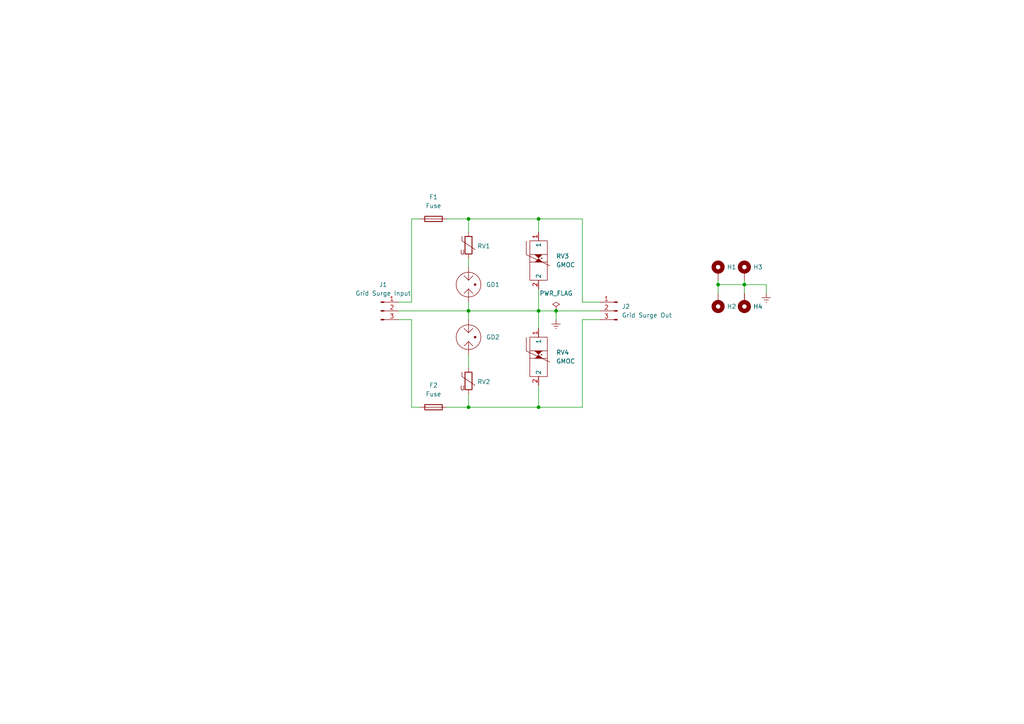
<source format=kicad_sch>
(kicad_sch (version 20211123) (generator eeschema)
  (paper "A4")
  (lib_symbols
    (symbol "ACSPD:GMOC"
      (property "Reference" "RV" (at 1.9304 6.1976 0))
      (property "Value" "GMOC" (at 3.2004 -7.9248 0))
      (symbol "GMOC_0_1"
        (rectangle (start -2.54 5.08) (end 2.54 -6.35))
        (polyline (pts (xy -3.556 4.9784) (xy -3.556 1.0668) (xy 3.2004 -2.1336)))
        (polyline (pts (xy -2.54 -1.0668) (xy 2.54 -1.0668) (xy 2.54 -1.0668)))
        (polyline (pts (xy -2.54 1.1176) (xy 2.54 1.1176) (xy 2.54 1.1176)))
        (polyline (pts (xy -1.0668 1.0668) (xy 0.9652 1.0668) (xy 0 0.1016) (xy -1.0668 1.0668)) (fill (type outline)))
        (polyline (pts (xy 1.0668 -1.0668) (xy -0.9652 -1.0668) (xy 0 -0.1016) (xy 1.0668 -1.0668)) (fill (type outline)))
        (circle (center 0.8636 0) (radius 0.0718))
      )
      (symbol "GMOC_1_1"
        (pin passive line (at 0 7.62 270) (length 2.54) (name "1") (number "1"))
        (pin passive line (at 0 -8.89 90) (length 2.54) (name "2") (number "2"))
      )
    )
    (symbol "Connector:Conn_01x03_Male" (pin_names (offset 1.016) hide)
      (property "Reference" "J" (at 0 5.08 0))
      (property "Value" "Conn_01x03_Male" (at 0 -5.08 0))
      (symbol "Conn_01x03_Male_1_1"
        (polyline (pts (xy 1.27 -2.54) (xy 0.8636 -2.54)) (stroke (width 0.1524)))
        (polyline (pts (xy 1.27 0) (xy 0.8636 0)) (stroke (width 0.1524)))
        (polyline (pts (xy 1.27 2.54) (xy 0.8636 2.54)) (stroke (width 0.1524)))
        (rectangle (start 0.8636 -2.413) (end 0 -2.667) (stroke (width 0.1524)) (fill (type outline)))
        (rectangle (start 0.8636 0.127) (end 0 -0.127) (stroke (width 0.1524)) (fill (type outline)))
        (rectangle (start 0.8636 2.667) (end 0 2.413) (stroke (width 0.1524)) (fill (type outline)))
        (pin passive line (at 5.08 2.54 180) (length 3.81) (name "Pin_1") (number "1"))
        (pin passive line (at 5.08 0 180) (length 3.81) (name "Pin_2") (number "2"))
        (pin passive line (at 5.08 -2.54 180) (length 3.81) (name "Pin_3") (number "3"))
      )
    )
    (symbol "Device:Fuse" (pin_numbers hide) (pin_names (offset 0))
      (property "Reference" "F" (at 2.032 0 90))
      (property "Value" "Fuse" (at -1.905 0 90))
      (symbol "Fuse_0_1"
        (rectangle (start -0.762 -2.54) (end 0.762 2.54) (stroke (width 0.254)))
        (polyline (pts (xy 0 2.54) (xy 0 -2.54)))
      )
      (symbol "Fuse_1_1"
        (pin passive line (at 0 3.81 270) (length 1.27) (name "~") (number "1"))
        (pin passive line (at 0 -3.81 90) (length 1.27) (name "~") (number "2"))
      )
    )
    (symbol "Device:GDT_2Pin" (pin_numbers hide)
      (property "Reference" "GD" (at 5.08 0 90))
      (property "Value" "GDT_2Pin" (at 7.62 0 90))
      (symbol "GDT_2Pin_0_1"
        (polyline (pts (xy 0 -2.54) (xy 0 -1.27)))
        (polyline (pts (xy 0 -1.27) (xy -1.27 -2.54)))
        (polyline (pts (xy 0 -1.27) (xy 1.27 -2.54)))
        (polyline (pts (xy 0 1.27) (xy -1.27 2.54)))
        (polyline (pts (xy 0 1.27) (xy 1.27 2.54)))
        (polyline (pts (xy 0 2.54) (xy 0 1.27)))
        (circle (center 0 0) (radius 3.5814))
        (circle (center 1.905 0) (radius 0.127))
        (circle (center 1.905 0) (radius 0.127))
        (circle (center 1.905 0) (radius 0.2794))
        (circle (center 2.032 0) (radius 0.127))
      )
      (symbol "GDT_2Pin_1_1"
        (pin passive line (at 0 -5.08 90) (length 2.54) (name "~") (number "1"))
        (pin passive line (at 0 5.08 270) (length 2.54) (name "~") (number "3"))
      )
    )
    (symbol "Device:Varistor" (pin_numbers hide) (pin_names (offset 0))
      (property "Reference" "RV" (at 3.175 0 90))
      (property "Value" "Varistor" (at -3.175 0 90))
      (symbol "Varistor_0_0"
        (text "U" (at -1.778 -2.032 0) (effects (font (size 1.27 1.27))))
      )
      (symbol "Varistor_0_1"
        (rectangle (start -1.016 -2.54) (end 1.016 2.54) (stroke (width 0.254)))
        (polyline (pts (xy -1.905 2.54) (xy -1.905 1.27) (xy 1.905 -1.27)))
      )
      (symbol "Varistor_1_1"
        (pin passive line (at 0 3.81 270) (length 1.27) (name "~") (number "1"))
        (pin passive line (at 0 -3.81 90) (length 1.27) (name "~") (number "2"))
      )
    )
    (symbol "Mechanical:MountingHole_Pad" (pin_numbers hide) (pin_names (offset 1.016) hide)
      (property "Reference" "H" (at 0 6.35 0))
      (property "Value" "MountingHole_Pad" (at 0 4.445 0))
      (symbol "MountingHole_Pad_0_1"
        (circle (center 0 1.27) (radius 1.27) (stroke (width 1.27)))
      )
      (symbol "MountingHole_Pad_1_1"
        (pin input line (at 0 -2.54 90) (length 2.54) (name "1") (number "1"))
      )
    )
    (symbol "power:Earth" (power) (pin_names (offset 0))
      (symbol "Earth_0_1"
        (polyline (pts (xy -0.635 -1.905) (xy 0.635 -1.905)))
        (polyline (pts (xy -0.127 -2.54) (xy 0.127 -2.54)))
        (polyline (pts (xy 0 -1.27) (xy 0 0)))
        (polyline (pts (xy 1.27 -1.27) (xy -1.27 -1.27)))
      )
      (symbol "Earth_1_1"
        (pin power_in line (at 0 0 270) (length 0) hide (name "Earth") (number "1"))
      )
    )
    (symbol "power:PWR_FLAG" (power) (pin_numbers hide) (pin_names (offset 0) hide)
      (property "Value" "PWR_FLAG" (at 0 3.81 0))
      (symbol "PWR_FLAG_0_0"
        (pin power_out line (at 0 0 90) (length 0) (name "pwr") (number "1"))
      )
      (symbol "PWR_FLAG_0_1"
        (polyline (pts (xy 0 0) (xy 0 1.27) (xy -1.016 1.905) (xy 0 2.54) (xy 1.016 1.905) (xy 0 1.27)))
      )
    )
  )
  (junction (at 135.89 63.5))
  (junction (at 208.28 82.55))
  (junction (at 135.89 90.17))
  (junction (at 215.9 82.55))
  (junction (at 156.21 90.17))
  (junction (at 156.21 118.11))
  (junction (at 156.21 63.5))
  (junction (at 161.29 90.17))
  (junction (at 135.89 118.11))
  (wire (pts (xy 156.21 63.5) (xy 156.21 67.31)))
  (wire (pts (xy 135.89 90.17) (xy 135.89 92.71)))
  (wire (pts (xy 135.89 118.11) (xy 156.21 118.11)))
  (wire (pts (xy 129.54 63.5) (xy 135.89 63.5)))
  (wire (pts (xy 115.57 87.63) (xy 119.38 87.63)))
  (wire (pts (xy 156.21 90.17) (xy 156.21 95.25)))
  (wire (pts (xy 215.9 82.55) (xy 215.9 85.09)))
  (wire (pts (xy 222.25 82.55) (xy 222.25 85.09)))
  (wire (pts (xy 156.21 90.17) (xy 161.29 90.17)))
  (wire (pts (xy 156.21 118.11) (xy 168.91 118.11)))
  (wire (pts (xy 161.29 90.17) (xy 161.29 92.71)))
  (wire (pts (xy 208.28 82.55) (xy 215.9 82.55)))
  (wire (pts (xy 135.89 118.11) (xy 135.89 114.3)))
  (wire (pts (xy 168.91 92.71) (xy 168.91 118.11)))
  (wire (pts (xy 173.99 87.63) (xy 168.91 87.63)))
  (wire (pts (xy 135.89 63.5) (xy 156.21 63.5)))
  (wire (pts (xy 135.89 87.63) (xy 135.89 90.17)))
  (wire (pts (xy 208.28 81.28) (xy 208.28 82.55)))
  (wire (pts (xy 168.91 87.63) (xy 168.91 63.5)))
  (wire (pts (xy 161.29 90.17) (xy 173.99 90.17)))
  (wire (pts (xy 156.21 63.5) (xy 168.91 63.5)))
  (wire (pts (xy 156.21 111.76) (xy 156.21 118.11)))
  (wire (pts (xy 119.38 92.71) (xy 119.38 118.11)))
  (wire (pts (xy 115.57 92.71) (xy 119.38 92.71)))
  (wire (pts (xy 173.99 92.71) (xy 168.91 92.71)))
  (wire (pts (xy 115.57 90.17) (xy 135.89 90.17)))
  (wire (pts (xy 222.25 82.55) (xy 215.9 82.55)))
  (wire (pts (xy 135.89 90.17) (xy 156.21 90.17)))
  (wire (pts (xy 208.28 82.55) (xy 208.28 85.09)))
  (wire (pts (xy 119.38 63.5) (xy 119.38 87.63)))
  (wire (pts (xy 135.89 74.93) (xy 135.89 77.47)))
  (wire (pts (xy 129.54 118.11) (xy 135.89 118.11)))
  (wire (pts (xy 135.89 63.5) (xy 135.89 67.31)))
  (wire (pts (xy 119.38 118.11) (xy 121.92 118.11)))
  (wire (pts (xy 215.9 81.28) (xy 215.9 82.55)))
  (wire (pts (xy 156.21 83.82) (xy 156.21 90.17)))
  (wire (pts (xy 119.38 63.5) (xy 121.92 63.5)))
  (wire (pts (xy 135.89 102.87) (xy 135.89 106.68)))
  (symbol (lib_id "ACSPD:GMOC") (at 156.21 102.87 0) (unit 1)
    (property "Reference" "RV4" (at 161.29 102.2349 0) (effects (justify left)))
    (property "Value" "GMOC" (at 161.29 104.7749 0) (effects (justify left)))
  )
  (symbol (lib_id "Device:GDT_2Pin") (at 135.89 82.55 0) (unit 1)
    (property "Reference" "GD1" (at 140.97 82.5499 0) (effects (justify left)))
    (property "Value" "GDT_2Pin" (effects hide))
  )
  (symbol (lib_id "ACSPD:GMOC") (at 156.21 74.93 0) (unit 1)
    (property "Reference" "RV3" (at 161.29 74.2949 0) (effects (justify left)))
    (property "Value" "GMOC" (at 161.29 76.8349 0) (effects (justify left)))
  )
  (symbol (lib_id "Mechanical:MountingHole_Pad") (at 208.28 87.63 180) (unit 1)
    (property "Reference" "H2" (at 210.82 88.8999 0) (effects (justify right)))
    (property "Value" "MountingHole_Pad" (effects hide))
  )
  (symbol (lib_id "power:PWR_FLAG") (at 161.29 90.17 0) (unit 1)
    (property "Reference" "#FLG0101" (effects hide))
    (property "Value" "PWR_FLAG" (at 161.29 85.09 0))
  )
  (symbol (lib_id "Device:Fuse") (at 125.73 118.11 90) (unit 1)
    (property "Reference" "F2" (at 125.73 111.76 90))
    (property "Value" "Fuse" (at 125.73 114.3 90))
  )
  (symbol (lib_id "Device:Varistor") (at 135.89 110.49 0) (unit 1)
    (property "Reference" "RV2" (at 138.43 110.7431 0) (effects (justify left)))
    (property "Value" "Varistor" (effects hide))
  )
  (symbol (lib_id "Device:Fuse") (at 125.73 63.5 90) (unit 1)
    (property "Reference" "F1" (at 125.73 57.15 90))
    (property "Value" "Fuse" (at 125.73 59.69 90))
  )
  (symbol (lib_id "Connector:Conn_01x03_Male") (at 179.07 90.17 0) (mirror y) (unit 1)
    (property "Reference" "J2" (at 180.34 88.8999 0) (effects (justify right)))
    (property "Value" "Grid Surge Out" (at 180.34 91.4399 0) (effects (justify right)))
  )
  (symbol (lib_id "power:Earth") (at 161.29 92.71 0) (unit 1)
    (property "Reference" "#PWR01" (effects hide))
    (property "Value" "Earth" (effects hide))
  )
  (symbol (lib_id "Device:GDT_2Pin") (at 135.89 97.79 0) (unit 1)
    (property "Reference" "GD2" (at 140.97 97.7899 0) (effects (justify left)))
    (property "Value" "GDT_2Pin" (effects hide))
  )
  (symbol (lib_id "Mechanical:MountingHole_Pad") (at 215.9 78.74 0) (unit 1)
    (property "Reference" "H3" (at 218.44 77.4699 0) (effects (justify left)))
    (property "Value" "MountingHole_Pad" (effects hide))
  )
  (symbol (lib_id "power:Earth") (at 222.25 85.09 0) (unit 1)
    (property "Reference" "#PWR02" (effects hide))
    (property "Value" "Earth" (effects hide))
  )
  (symbol (lib_id "Connector:Conn_01x03_Male") (at 110.49 90.17 0) (unit 1)
    (property "Reference" "J1" (at 111.125 82.55 0))
    (property "Value" "Grid Surge Input" (at 111.125 85.09 0))
  )
  (symbol (lib_id "Mechanical:MountingHole_Pad") (at 215.9 87.63 180) (unit 1)
    (property "Reference" "H4" (at 218.44 88.8999 0) (effects (justify right)))
    (property "Value" "MountingHole_Pad" (effects hide))
  )
  (symbol (lib_id "Mechanical:MountingHole_Pad") (at 208.28 78.74 0) (unit 1)
    (property "Reference" "H1" (at 210.82 77.47 0) (effects (justify left)))
    (property "Value" "MountingHole_Pad" (effects hide))
  )
  (symbol (lib_id "Device:Varistor") (at 135.89 71.12 0) (unit 1)
    (property "Reference" "RV1" (at 138.43 71.3731 0) (effects (justify left)))
    (property "Value" "Varistor" (effects hide))
  )
)
</source>
